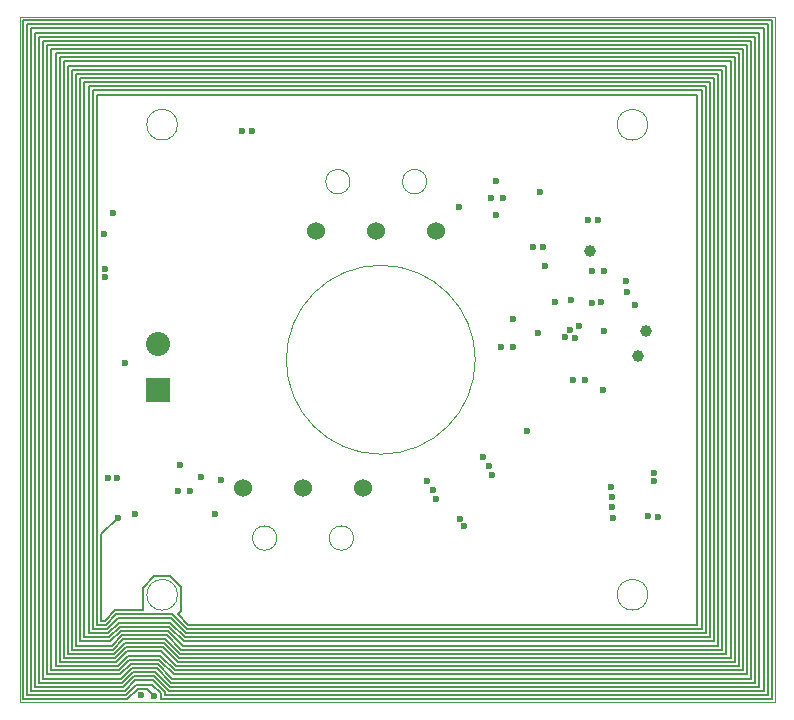
<source format=gbr>
%TF.GenerationSoftware,KiCad,Pcbnew,5.0.2-bee76a0~70~ubuntu18.04.1*%
%TF.CreationDate,2020-02-29T13:06:47-08:00*%
%TF.ProjectId,ypanel,7970616e-656c-42e6-9b69-6361645f7063,rev?*%
%TF.SameCoordinates,Original*%
%TF.FileFunction,Copper,L4,Inr*%
%TF.FilePolarity,Positive*%
%FSLAX46Y46*%
G04 Gerber Fmt 4.6, Leading zero omitted, Abs format (unit mm)*
G04 Created by KiCad (PCBNEW 5.0.2-bee76a0~70~ubuntu18.04.1) date Sat 29 Feb 2020 01:06:47 PM PST*
%MOMM*%
%LPD*%
G01*
G04 APERTURE LIST*
%ADD10C,0.100000*%
%ADD11C,0.050000*%
%ADD12C,2.032000*%
%ADD13R,2.032000X2.032000*%
%ADD14C,1.000000*%
%ADD15C,1.524000*%
%ADD16C,0.600000*%
%ADD17C,0.190000*%
G04 APERTURE END LIST*
D10*
X151587000Y-99000001D02*
G75*
G03X151587000Y-99000001I-8000000J0D01*
G01*
X134779564Y-114100000D02*
G75*
G03X134779564Y-114100000I-1029564J0D01*
G01*
X141279564Y-114100000D02*
G75*
G03X141279564Y-114100000I-1029564J0D01*
G01*
X126375000Y-118900000D02*
G75*
G03X126375000Y-118900000I-1300000J0D01*
G01*
X140979564Y-83920436D02*
G75*
G03X140979564Y-83920436I-1029564J0D01*
G01*
X147479564Y-83920436D02*
G75*
G03X147479564Y-83920436I-1029564J0D01*
G01*
X176975000Y-70000000D02*
X176975000Y-128000000D01*
X166200000Y-118900000D02*
G75*
G03X166200000Y-118900000I-1300000J0D01*
G01*
D11*
X126372800Y-79100000D02*
G75*
G03X126372800Y-79100000I-1300000J0D01*
G01*
D10*
X166195000Y-79102480D02*
G75*
G03X166195000Y-79102480I-1300000J0D01*
G01*
X176975000Y-70000000D02*
X113000000Y-70000000D01*
X113000000Y-128000000D02*
X176975000Y-128000000D01*
X113000000Y-70000000D02*
X113000000Y-128000000D01*
D12*
X124764800Y-97691060D03*
D13*
X124764800Y-101546660D03*
D14*
X161267720Y-89773460D03*
X166000000Y-96550000D03*
X165350000Y-98650000D03*
D15*
X142080000Y-109900000D03*
X137000000Y-109900000D03*
X131920000Y-109900000D03*
X148300000Y-88100000D03*
X143200000Y-88100000D03*
X138100000Y-88100000D03*
D16*
X150197820Y-86072980D03*
X159634500Y-96507000D03*
X160900000Y-100750000D03*
X160350000Y-96150000D03*
X159200000Y-97050000D03*
X160050000Y-97150000D03*
X158295807Y-94129012D03*
X163220400Y-112369600D03*
X161450000Y-94200000D03*
X150650000Y-113100000D03*
X150300000Y-112450000D03*
X161450000Y-91500000D03*
X165100000Y-94350000D03*
X164350000Y-92300000D03*
X154750000Y-97900000D03*
X153750000Y-97950000D03*
X121900000Y-99250000D03*
X128400000Y-108900000D03*
X130050000Y-109150000D03*
X122800000Y-112050000D03*
X131800000Y-79600000D03*
X132650000Y-79600000D03*
X120200000Y-91300000D03*
X120200000Y-92000000D03*
X120500000Y-109000000D03*
X121250000Y-109000000D03*
X152250000Y-107250000D03*
X152750000Y-108000000D03*
X153000000Y-108750000D03*
X147500000Y-109250000D03*
X148000000Y-110000000D03*
X148250000Y-110750000D03*
X159850000Y-100750000D03*
X162250000Y-94150000D03*
X157483120Y-91084100D03*
X163200000Y-111500000D03*
X126450000Y-110150000D03*
X155950000Y-105000000D03*
X126600000Y-107950000D03*
X157050000Y-84800000D03*
X156876844Y-96740660D03*
X162450000Y-91500000D03*
X154750000Y-95550000D03*
X163200000Y-110650000D03*
X129550000Y-112050000D03*
X127400000Y-110150000D03*
X163100000Y-109750000D03*
X166200000Y-112250000D03*
X153340597Y-83865157D03*
X161100000Y-87150000D03*
X166700000Y-109300000D03*
X161950000Y-87150000D03*
X166700000Y-108550000D03*
X167100000Y-112300000D03*
X153339000Y-86767200D03*
X124400000Y-127450000D03*
X123250000Y-127400000D03*
X121300000Y-112395000D03*
X120142000Y-88392000D03*
X120950000Y-86550000D03*
X152894500Y-85332100D03*
X153897800Y-85332100D03*
X162450000Y-96600000D03*
X162400000Y-101550000D03*
X159670844Y-93971156D03*
X164400000Y-93250000D03*
X157361200Y-89420400D03*
X156497600Y-89420400D03*
D17*
X121450000Y-72000000D02*
X121500000Y-72000000D01*
X129550000Y-73050000D02*
X129650000Y-73050000D01*
X120650000Y-72700000D02*
X120800000Y-72700000D01*
X119450000Y-73400000D02*
X120100000Y-73400000D01*
X129200000Y-72700000D02*
X129350000Y-72700000D01*
X129350000Y-72700000D02*
X120650000Y-72700000D01*
X119900000Y-113795000D02*
X121300000Y-112395000D01*
X119900000Y-121100000D02*
X119900000Y-113795000D01*
X123800000Y-126850000D02*
X124400000Y-127450000D01*
X123000000Y-126850000D02*
X123800000Y-126850000D01*
X122122010Y-127727990D02*
X123000000Y-126850000D01*
X113272010Y-127727990D02*
X122122010Y-127727990D01*
X113272010Y-70272010D02*
X113272010Y-127727990D01*
X176700000Y-70272010D02*
X113272010Y-70272010D01*
X176702990Y-127697010D02*
X176702990Y-126802990D01*
X122900000Y-126500000D02*
X124200000Y-126500000D01*
X124950000Y-127250000D02*
X124950000Y-127727990D01*
X122000000Y-127400000D02*
X122900000Y-126500000D01*
X113600000Y-127400000D02*
X122000000Y-127400000D01*
X176350000Y-70600000D02*
X113600000Y-70600000D01*
X114650000Y-71650000D02*
X114650000Y-126350000D01*
X176350000Y-127400000D02*
X176350000Y-70600000D01*
X125300000Y-127400000D02*
X176350000Y-127400000D01*
X124300000Y-126150000D02*
X125300000Y-127150000D01*
X122800000Y-126150000D02*
X124300000Y-126150000D01*
X176702990Y-126802990D02*
X176700000Y-126800000D01*
X113950000Y-127050000D02*
X121900000Y-127050000D01*
X113600000Y-70600000D02*
X113600000Y-127400000D01*
X113950000Y-70950000D02*
X113950000Y-127050000D01*
X125650000Y-127050000D02*
X176000000Y-127050000D01*
X124200000Y-126500000D02*
X124950000Y-127250000D01*
X125750000Y-126700000D02*
X175650000Y-126700000D01*
X114300000Y-71300000D02*
X114300000Y-126700000D01*
X175650000Y-71300000D02*
X114300000Y-71300000D01*
X121600000Y-126000000D02*
X122500000Y-125100000D01*
X175650000Y-126700000D02*
X175650000Y-71300000D01*
X175300000Y-71650000D02*
X114650000Y-71650000D01*
X124400000Y-125800000D02*
X125650000Y-127050000D01*
X176000000Y-127050000D02*
X176000000Y-70950000D01*
X176652990Y-127697010D02*
X176702990Y-127697010D01*
X121900000Y-127050000D02*
X122800000Y-126150000D01*
X125300000Y-127150000D02*
X125300000Y-127400000D01*
X121450000Y-72000000D02*
X115000000Y-72000000D01*
X124500000Y-125450000D02*
X125750000Y-126700000D01*
X124950000Y-127727990D02*
X176622010Y-127727990D01*
X122700000Y-125800000D02*
X124400000Y-125800000D01*
X122600000Y-125450000D02*
X124500000Y-125450000D01*
X121700000Y-126350000D02*
X122600000Y-125450000D01*
X114300000Y-126700000D02*
X121800000Y-126700000D01*
X124600000Y-125100000D02*
X125850000Y-126350000D01*
X176000000Y-70950000D02*
X113950000Y-70950000D01*
X176700000Y-126800000D02*
X176700000Y-70272010D01*
X114650000Y-126350000D02*
X121700000Y-126350000D01*
X175300000Y-126350000D02*
X175300000Y-71650000D01*
X176622010Y-127727990D02*
X176652990Y-127697010D01*
X122500000Y-125100000D02*
X124600000Y-125100000D01*
X121800000Y-126700000D02*
X122700000Y-125800000D01*
X115000000Y-126000000D02*
X121600000Y-126000000D01*
X115000000Y-72000000D02*
X115000000Y-126000000D01*
X125850000Y-126350000D02*
X175300000Y-126350000D01*
X174950000Y-72000000D02*
X121450000Y-72000000D01*
X125950000Y-126000000D02*
X174950000Y-126000000D01*
X124700000Y-124750000D02*
X125950000Y-126000000D01*
X122400000Y-124750000D02*
X124700000Y-124750000D01*
X126050000Y-125650000D02*
X174600000Y-125650000D01*
X115350000Y-72350000D02*
X115350000Y-125650000D01*
X174600000Y-72350000D02*
X115350000Y-72350000D01*
X174950000Y-126000000D02*
X174950000Y-72000000D01*
X124800000Y-124400000D02*
X126050000Y-125650000D01*
X115350000Y-125650000D02*
X121500000Y-125650000D01*
X121500000Y-125650000D02*
X122400000Y-124750000D01*
X174600000Y-125650000D02*
X174600000Y-72350000D01*
X121400000Y-125300000D02*
X122300000Y-124400000D01*
X120650000Y-72700000D02*
X115700000Y-72700000D01*
X115700000Y-125300000D02*
X121400000Y-125300000D01*
X115700000Y-72700000D02*
X115700000Y-125300000D01*
X122300000Y-124400000D02*
X124800000Y-124400000D01*
X120450000Y-73050000D02*
X129650000Y-73050000D01*
X116050000Y-124950000D02*
X116050000Y-73050000D01*
X121300000Y-124950000D02*
X116050000Y-124950000D01*
X122200000Y-124050000D02*
X121300000Y-124950000D01*
X124900000Y-124050000D02*
X122200000Y-124050000D01*
X126150000Y-125300000D02*
X124900000Y-124050000D01*
X116050000Y-73050000D02*
X120450000Y-73050000D01*
X129350000Y-72700000D02*
X174250000Y-72700000D01*
X174250000Y-125300000D02*
X126150000Y-125300000D01*
X174250000Y-72700000D02*
X174250000Y-125300000D01*
X116400000Y-124600000D02*
X116400000Y-73400000D01*
X122100000Y-123700000D02*
X121200000Y-124600000D01*
X125000000Y-123700000D02*
X122100000Y-123700000D01*
X173900000Y-124950000D02*
X126250000Y-124950000D01*
X126250000Y-124950000D02*
X125000000Y-123700000D01*
X116400000Y-73400000D02*
X119450000Y-73400000D01*
X173900000Y-73050000D02*
X173900000Y-124950000D01*
X121200000Y-124600000D02*
X116400000Y-124600000D01*
X129650000Y-73050000D02*
X173900000Y-73050000D01*
X173550000Y-124600000D02*
X173550000Y-73400000D01*
X116750000Y-124250000D02*
X121100000Y-124250000D01*
X121100000Y-124250000D02*
X122000000Y-123350000D01*
X116750000Y-73750000D02*
X116750000Y-124250000D01*
X173200000Y-73750000D02*
X116750000Y-73750000D01*
X173200000Y-124250000D02*
X173200000Y-73750000D01*
X125250000Y-123000000D02*
X126500000Y-124250000D01*
X121000000Y-123900000D02*
X121900000Y-123000000D01*
X117100000Y-74100000D02*
X117100000Y-123900000D01*
X126600000Y-123900000D02*
X172850000Y-123900000D01*
X125350000Y-122650000D02*
X126600000Y-123900000D01*
X117450000Y-123550000D02*
X120900000Y-123550000D01*
X172500000Y-74450000D02*
X117450000Y-74450000D01*
X172500000Y-123550000D02*
X172500000Y-74450000D01*
X126500000Y-124250000D02*
X173200000Y-124250000D01*
X126700000Y-123550000D02*
X172500000Y-123550000D01*
X121700000Y-122300000D02*
X125450000Y-122300000D01*
X120800000Y-123200000D02*
X121700000Y-122300000D01*
X122000000Y-123350000D02*
X125150000Y-123350000D01*
X126800000Y-123200000D02*
X172150000Y-123200000D01*
X117800000Y-123200000D02*
X120800000Y-123200000D01*
X125550000Y-121950000D02*
X126800000Y-123200000D01*
X121600000Y-121950000D02*
X125550000Y-121950000D01*
X118150000Y-122850000D02*
X120700000Y-122850000D01*
X120900000Y-123550000D02*
X121800000Y-122650000D01*
X127000000Y-122500000D02*
X171450000Y-122500000D01*
X118150000Y-75150000D02*
X118150000Y-122850000D01*
X126400000Y-124600000D02*
X173550000Y-124600000D01*
X171100000Y-75850000D02*
X118850000Y-75850000D01*
X171800000Y-75150000D02*
X118150000Y-75150000D01*
X171800000Y-122850000D02*
X171800000Y-75150000D01*
X118500000Y-122500000D02*
X120600000Y-122500000D01*
X120500000Y-122150000D02*
X121400000Y-121250000D01*
X125750000Y-121250000D02*
X127000000Y-122500000D01*
X117450000Y-74450000D02*
X117450000Y-123550000D01*
X121400000Y-121250000D02*
X125750000Y-121250000D01*
X119550000Y-76550000D02*
X119550000Y-121450000D01*
X126400000Y-120550000D02*
X127300000Y-121450000D01*
X171100000Y-122150000D02*
X171100000Y-75850000D01*
X119200000Y-76200000D02*
X119200000Y-121800000D01*
X119550000Y-121450000D02*
X120300000Y-121450000D01*
X170400000Y-121450000D02*
X170400000Y-76550000D01*
X170750000Y-121800000D02*
X170750000Y-76200000D01*
X118850000Y-122150000D02*
X120500000Y-122150000D01*
X171450000Y-122500000D02*
X171450000Y-75500000D01*
X121800000Y-122650000D02*
X125350000Y-122650000D01*
X118500000Y-75500000D02*
X118500000Y-122500000D01*
X121500000Y-121600000D02*
X125650000Y-121600000D01*
X127300000Y-121450000D02*
X170400000Y-121450000D01*
X118850000Y-75850000D02*
X118850000Y-122150000D01*
X172850000Y-74100000D02*
X117100000Y-74100000D01*
X172150000Y-74800000D02*
X117800000Y-74800000D01*
X125450000Y-122300000D02*
X126700000Y-123550000D01*
X127100000Y-122150000D02*
X171100000Y-122150000D01*
X121900000Y-123000000D02*
X125250000Y-123000000D01*
X125650000Y-121600000D02*
X126900000Y-122850000D01*
X117800000Y-74800000D02*
X117800000Y-123200000D01*
X172150000Y-123200000D02*
X172150000Y-74800000D01*
X121300000Y-120900000D02*
X125850000Y-120900000D01*
X117100000Y-123900000D02*
X121000000Y-123900000D01*
X120400000Y-121800000D02*
X121300000Y-120900000D01*
X119200000Y-121800000D02*
X120400000Y-121800000D01*
X120700000Y-122850000D02*
X121600000Y-121950000D01*
X125850000Y-120900000D02*
X127100000Y-122150000D01*
X170750000Y-76200000D02*
X119200000Y-76200000D01*
X120600000Y-122500000D02*
X121500000Y-121600000D01*
X127200000Y-121800000D02*
X170750000Y-121800000D01*
X121200000Y-120550000D02*
X125950000Y-120550000D01*
X172850000Y-123900000D02*
X172850000Y-74100000D01*
X120300000Y-121450000D02*
X121200000Y-120550000D01*
X170400000Y-76550000D02*
X119550000Y-76550000D01*
X173550000Y-73400000D02*
X119450000Y-73400000D01*
X126900000Y-122850000D02*
X171800000Y-122850000D01*
X171450000Y-75500000D02*
X118500000Y-75500000D01*
X125150000Y-123350000D02*
X126400000Y-124600000D01*
X125950000Y-120550000D02*
X127200000Y-121800000D01*
X119900000Y-121100000D02*
X120200000Y-121100000D01*
X120200000Y-121100000D02*
X121100000Y-120200000D01*
X121100000Y-120200000D02*
X123450000Y-120200000D01*
X126651965Y-120298035D02*
X126400000Y-120550000D01*
X126651965Y-118247543D02*
X126651965Y-120298035D01*
X125728585Y-117324163D02*
X126651965Y-118247543D01*
X124423227Y-117324163D02*
X125728585Y-117324163D01*
X123450000Y-118297390D02*
X124423227Y-117324163D01*
X123450000Y-120200000D02*
X123450000Y-118297390D01*
M02*

</source>
